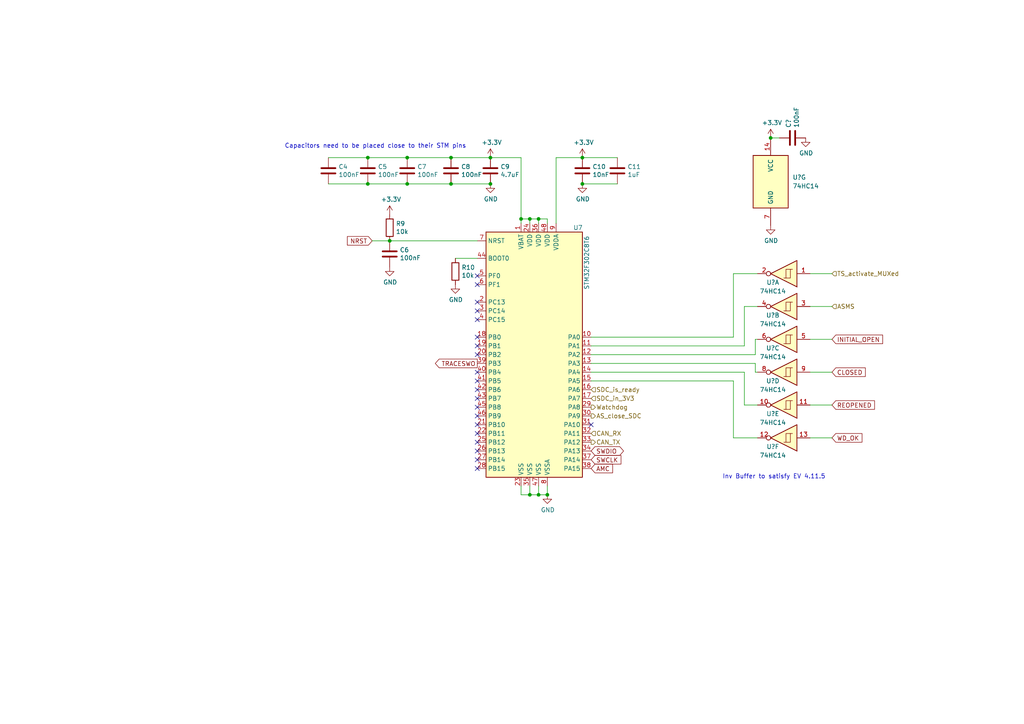
<source format=kicad_sch>
(kicad_sch (version 20211123) (generator eeschema)
  (paper "A4")
  (title_block (title "SDCL - CU") (date "2021-12-16") (rev "v1.0") (company "FaSTTUBe - Formula Student Team TU Berlin") (comment 1 "Car 113") (comment 2 "EBS Electronics") (comment 3 "CU for CAN Bus connection to supervisor"))
  (lib_symbols
    (symbol "74xx:74HC14" (pin_names (offset 1.016))
      (property "Reference" "U" (at 0 1.27 0))
      (property "Value" "74HC14" (at 0 -1.27 0))
      (symbol "74HC14_1_0"
        (polyline (pts (xy -3.81 3.81) (xy -3.81 -3.81) (xy 3.81 0) (xy -3.81 3.81)) (stroke (width 0.254)) (fill (type background)))
        (pin input line (at -7.62 0 0) (length 3.81) (name "~") (number "1"))
        (pin output inverted (at 7.62 0 180) (length 3.81) (name "~") (number "2"))
      )
      (symbol "74HC14_1_1"
        (polyline (pts (xy -1.905 -1.27) (xy -1.905 1.27) (xy -0.635 1.27)))
        (polyline (pts (xy -2.54 -1.27) (xy -0.635 -1.27) (xy -0.635 1.27) (xy 0 1.27)))
      )
      (symbol "74HC14_2_0"
        (polyline (pts (xy -3.81 3.81) (xy -3.81 -3.81) (xy 3.81 0) (xy -3.81 3.81)) (stroke (width 0.254)) (fill (type background)))
        (pin input line (at -7.62 0 0) (length 3.81) (name "~") (number "3"))
        (pin output inverted (at 7.62 0 180) (length 3.81) (name "~") (number "4"))
      )
      (symbol "74HC14_2_1"
        (polyline (pts (xy -1.905 -1.27) (xy -1.905 1.27) (xy -0.635 1.27)))
        (polyline (pts (xy -2.54 -1.27) (xy -0.635 -1.27) (xy -0.635 1.27) (xy 0 1.27)))
      )
      (symbol "74HC14_3_0"
        (polyline (pts (xy -3.81 3.81) (xy -3.81 -3.81) (xy 3.81 0) (xy -3.81 3.81)) (stroke (width 0.254)) (fill (type background)))
        (pin input line (at -7.62 0 0) (length 3.81) (name "~") (number "5"))
        (pin output inverted (at 7.62 0 180) (length 3.81) (name "~") (number "6"))
      )
      (symbol "74HC14_3_1"
        (polyline (pts (xy -1.905 -1.27) (xy -1.905 1.27) (xy -0.635 1.27)))
        (polyline (pts (xy -2.54 -1.27) (xy -0.635 -1.27) (xy -0.635 1.27) (xy 0 1.27)))
      )
      (symbol "74HC14_4_0"
        (polyline (pts (xy -3.81 3.81) (xy -3.81 -3.81) (xy 3.81 0) (xy -3.81 3.81)) (stroke (width 0.254)) (fill (type background)))
        (pin output inverted (at 7.62 0 180) (length 3.81) (name "~") (number "8"))
        (pin input line (at -7.62 0 0) (length 3.81) (name "~") (number "9"))
      )
      (symbol "74HC14_4_1"
        (polyline (pts (xy -1.905 -1.27) (xy -1.905 1.27) (xy -0.635 1.27)))
        (polyline (pts (xy -2.54 -1.27) (xy -0.635 -1.27) (xy -0.635 1.27) (xy 0 1.27)))
      )
      (symbol "74HC14_5_0"
        (polyline (pts (xy -3.81 3.81) (xy -3.81 -3.81) (xy 3.81 0) (xy -3.81 3.81)) (stroke (width 0.254)) (fill (type background)))
        (pin output inverted (at 7.62 0 180) (length 3.81) (name "~") (number "10"))
        (pin input line (at -7.62 0 0) (length 3.81) (name "~") (number "11"))
      )
      (symbol "74HC14_5_1"
        (polyline (pts (xy -1.905 -1.27) (xy -1.905 1.27) (xy -0.635 1.27)))
        (polyline (pts (xy -2.54 -1.27) (xy -0.635 -1.27) (xy -0.635 1.27) (xy 0 1.27)))
      )
      (symbol "74HC14_6_0"
        (polyline (pts (xy -3.81 3.81) (xy -3.81 -3.81) (xy 3.81 0) (xy -3.81 3.81)) (stroke (width 0.254)) (fill (type background)))
        (pin output inverted (at 7.62 0 180) (length 3.81) (name "~") (number "12"))
        (pin input line (at -7.62 0 0) (length 3.81) (name "~") (number "13"))
      )
      (symbol "74HC14_6_1"
        (polyline (pts (xy -1.905 -1.27) (xy -1.905 1.27) (xy -0.635 1.27)))
        (polyline (pts (xy -2.54 -1.27) (xy -0.635 -1.27) (xy -0.635 1.27) (xy 0 1.27)))
      )
      (symbol "74HC14_7_0"
        (pin power_in line (at 0 12.7 270) (length 5.08) (name "VCC") (number "14"))
        (pin power_in line (at 0 -12.7 90) (length 5.08) (name "GND") (number "7"))
      )
      (symbol "74HC14_7_1"
        (rectangle (start -5.08 7.62) (end 5.08 -7.62) (stroke (width 0.254)) (fill (type background)))
      )
    )
    (symbol "Device:C" (pin_numbers hide) (pin_names (offset 0.254))
      (property "Reference" "C" (at 0.635 2.54 0))
      (property "Value" "C" (at 0.635 -2.54 0))
      (symbol "C_0_1"
        (polyline (pts (xy -2.032 -0.762) (xy 2.032 -0.762)) (stroke (width 0.508)))
        (polyline (pts (xy -2.032 0.762) (xy 2.032 0.762)) (stroke (width 0.508)))
      )
      (symbol "C_1_1"
        (pin passive line (at 0 3.81 270) (length 2.794) (name "~") (number "1"))
        (pin passive line (at 0 -3.81 90) (length 2.794) (name "~") (number "2"))
      )
    )
    (symbol "Device:R" (pin_numbers hide) (pin_names (offset 0))
      (property "Reference" "R" (at 2.032 0 90))
      (property "Value" "R" (at 0 0 90))
      (symbol "R_0_1"
        (rectangle (start -1.016 -2.54) (end 1.016 2.54) (stroke (width 0.254)))
      )
      (symbol "R_1_1"
        (pin passive line (at 0 3.81 270) (length 1.27) (name "~") (number "1"))
        (pin passive line (at 0 -3.81 90) (length 1.27) (name "~") (number "2"))
      )
    )
    (symbol "MCU_ST_STM32F3:STM32F302C8Tx"
      (property "Reference" "U" (at -15.24 36.83 0))
      (property "Value" "STM32F302C8Tx" (at 7.62 36.83 0))
      (symbol "STM32F302C8Tx_0_1"
        (rectangle (start -15.24 -35.56) (end 12.7 35.56) (stroke (width 0.254)) (fill (type background)))
      )
      (symbol "STM32F302C8Tx_1_1"
        (pin power_in line (at -5.08 38.1 270) (length 2.54) (name "VBAT") (number "1"))
        (pin bidirectional line (at 15.24 5.08 180) (length 2.54) (name "PA0") (number "10"))
        (pin bidirectional line (at 15.24 2.54 180) (length 2.54) (name "PA1") (number "11"))
        (pin bidirectional line (at 15.24 0 180) (length 2.54) (name "PA2") (number "12"))
        (pin bidirectional line (at 15.24 -2.54 180) (length 2.54) (name "PA3") (number "13"))
        (pin bidirectional line (at 15.24 -5.08 180) (length 2.54) (name "PA4") (number "14"))
        (pin bidirectional line (at 15.24 -7.62 180) (length 2.54) (name "PA5") (number "15"))
        (pin bidirectional line (at 15.24 -10.16 180) (length 2.54) (name "PA6") (number "16"))
        (pin bidirectional line (at 15.24 -12.7 180) (length 2.54) (name "PA7") (number "17"))
        (pin bidirectional line (at -17.78 5.08 0) (length 2.54) (name "PB0") (number "18"))
        (pin bidirectional line (at -17.78 2.54 0) (length 2.54) (name "PB1") (number "19"))
        (pin bidirectional line (at -17.78 15.24 0) (length 2.54) (name "PC13") (number "2"))
        (pin bidirectional line (at -17.78 0 0) (length 2.54) (name "PB2") (number "20"))
        (pin bidirectional line (at -17.78 -20.32 0) (length 2.54) (name "PB10") (number "21"))
        (pin bidirectional line (at -17.78 -22.86 0) (length 2.54) (name "PB11") (number "22"))
        (pin power_in line (at -5.08 -38.1 90) (length 2.54) (name "VSS") (number "23"))
        (pin power_in line (at -2.54 38.1 270) (length 2.54) (name "VDD") (number "24"))
        (pin bidirectional line (at -17.78 -25.4 0) (length 2.54) (name "PB12") (number "25"))
        (pin bidirectional line (at -17.78 -27.94 0) (length 2.54) (name "PB13") (number "26"))
        (pin bidirectional line (at -17.78 -30.48 0) (length 2.54) (name "PB14") (number "27"))
        (pin bidirectional line (at -17.78 -33.02 0) (length 2.54) (name "PB15") (number "28"))
        (pin bidirectional line (at 15.24 -15.24 180) (length 2.54) (name "PA8") (number "29"))
        (pin bidirectional line (at -17.78 12.7 0) (length 2.54) (name "PC14") (number "3"))
        (pin bidirectional line (at 15.24 -17.78 180) (length 2.54) (name "PA9") (number "30"))
        (pin bidirectional line (at 15.24 -20.32 180) (length 2.54) (name "PA10") (number "31"))
        (pin bidirectional line (at 15.24 -22.86 180) (length 2.54) (name "PA11") (number "32"))
        (pin bidirectional line (at 15.24 -25.4 180) (length 2.54) (name "PA12") (number "33"))
        (pin bidirectional line (at 15.24 -27.94 180) (length 2.54) (name "PA13") (number "34"))
        (pin power_in line (at -2.54 -38.1 90) (length 2.54) (name "VSS") (number "35"))
        (pin power_in line (at 0 38.1 270) (length 2.54) (name "VDD") (number "36"))
        (pin bidirectional line (at 15.24 -30.48 180) (length 2.54) (name "PA14") (number "37"))
        (pin bidirectional line (at 15.24 -33.02 180) (length 2.54) (name "PA15") (number "38"))
        (pin bidirectional line (at -17.78 -2.54 0) (length 2.54) (name "PB3") (number "39"))
        (pin bidirectional line (at -17.78 10.16 0) (length 2.54) (name "PC15") (number "4"))
        (pin bidirectional line (at -17.78 -5.08 0) (length 2.54) (name "PB4") (number "40"))
        (pin bidirectional line (at -17.78 -7.62 0) (length 2.54) (name "PB5") (number "41"))
        (pin bidirectional line (at -17.78 -10.16 0) (length 2.54) (name "PB6") (number "42"))
        (pin bidirectional line (at -17.78 -12.7 0) (length 2.54) (name "PB7") (number "43"))
        (pin input line (at -17.78 27.94 0) (length 2.54) (name "BOOT0") (number "44"))
        (pin bidirectional line (at -17.78 -15.24 0) (length 2.54) (name "PB8") (number "45"))
        (pin bidirectional line (at -17.78 -17.78 0) (length 2.54) (name "PB9") (number "46"))
        (pin power_in line (at 0 -38.1 90) (length 2.54) (name "VSS") (number "47"))
        (pin power_in line (at 2.54 38.1 270) (length 2.54) (name "VDD") (number "48"))
        (pin input line (at -17.78 22.86 0) (length 2.54) (name "PF0") (number "5"))
        (pin input line (at -17.78 20.32 0) (length 2.54) (name "PF1") (number "6"))
        (pin input line (at -17.78 33.02 0) (length 2.54) (name "NRST") (number "7"))
        (pin power_in line (at 2.54 -38.1 90) (length 2.54) (name "VSSA") (number "8"))
        (pin power_in line (at 5.08 38.1 270) (length 2.54) (name "VDDA") (number "9"))
      )
    )
    (symbol "power:+3.3V" (power) (pin_names (offset 0))
      (property "Value" "+3.3V" (at 0 3.556 0))
      (symbol "+3.3V_0_1"
        (polyline (pts (xy -0.762 1.27) (xy 0 2.54)))
        (polyline (pts (xy 0 0) (xy 0 2.54)))
        (polyline (pts (xy 0 2.54) (xy 0.762 1.27)))
      )
      (symbol "+3.3V_1_1"
        (pin power_in line (at 0 0 90) (length 0) hide (name "+3.3V") (number "1"))
      )
    )
    (symbol "power:GND" (power) (pin_names (offset 0))
      (property "Value" "GND" (at 0 -3.81 0))
      (symbol "GND_0_1"
        (polyline (pts (xy 0 0) (xy 0 -1.27) (xy 1.27 -1.27) (xy 0 -2.54) (xy -1.27 -1.27) (xy 0 -1.27)))
      )
      (symbol "GND_1_1"
        (pin power_in line (at 0 0 270) (length 0) hide (name "GND") (number "1"))
      )
    )
  )
  (junction (at 223.52 40.005))
  (junction (at 106.68 45.72))
  (junction (at 142.24 53.34))
  (junction (at 118.11 45.72))
  (junction (at 118.11 53.34))
  (junction (at 106.68 53.34))
  (junction (at 153.67 63.5))
  (junction (at 168.91 45.72))
  (junction (at 130.81 53.34))
  (junction (at 142.24 45.72))
  (junction (at 158.75 143.51))
  (junction (at 113.03 69.85))
  (junction (at 156.21 63.5))
  (junction (at 153.67 143.51))
  (junction (at 151.13 63.5))
  (junction (at 130.81 45.72))
  (junction (at 156.21 143.51))
  (junction (at 168.91 53.34))
  (no_connect (at 138.43 125.73))
  (no_connect (at 171.45 123.19))
  (no_connect (at 138.43 133.35))
  (no_connect (at 138.43 113.03))
  (no_connect (at 138.43 82.55))
  (no_connect (at 138.43 87.63))
  (no_connect (at 138.43 120.65))
  (no_connect (at 138.43 110.49))
  (no_connect (at 138.43 92.71))
  (no_connect (at 138.43 128.27))
  (no_connect (at 138.43 115.57))
  (no_connect (at 138.43 80.01))
  (no_connect (at 138.43 90.17))
  (no_connect (at 138.43 97.79))
  (no_connect (at 138.43 100.33))
  (no_connect (at 138.43 102.87))
  (no_connect (at 138.43 130.81))
  (no_connect (at 138.43 107.95))
  (no_connect (at 138.43 135.89))
  (no_connect (at 138.43 123.19))
  (no_connect (at 138.43 118.11))
  (wire (pts (xy 153.67 63.5) (xy 153.67 64.77)))
  (wire (pts (xy 212.725 79.375) (xy 219.71 79.375)))
  (wire (pts (xy 158.75 63.5) (xy 156.21 63.5)))
  (wire (pts (xy 161.29 45.72) (xy 161.29 64.77)))
  (wire (pts (xy 153.67 140.97) (xy 153.67 143.51)))
  (wire (pts (xy 219.71 88.9) (xy 215.9 88.9)))
  (wire (pts (xy 156.21 140.97) (xy 156.21 143.51)))
  (wire (pts (xy 158.75 64.77) (xy 158.75 63.5)))
  (wire (pts (xy 158.75 143.51) (xy 156.21 143.51)))
  (wire (pts (xy 219.075 98.425) (xy 219.075 102.87)))
  (wire (pts (xy 130.81 53.34) (xy 142.24 53.34)))
  (wire (pts (xy 168.91 53.34) (xy 179.07 53.34)))
  (wire (pts (xy 219.075 98.425) (xy 219.71 98.425)))
  (wire (pts (xy 142.24 45.72) (xy 151.13 45.72)))
  (wire (pts (xy 107.95 69.85) (xy 113.03 69.85)))
  (wire (pts (xy 156.21 63.5) (xy 153.67 63.5)))
  (wire (pts (xy 212.725 127) (xy 212.725 110.49)))
  (wire (pts (xy 219.075 107.95) (xy 219.075 105.41)))
  (wire (pts (xy 234.95 127) (xy 241.3 127)))
  (wire (pts (xy 226.06 40.005) (xy 223.52 40.005)))
  (wire (pts (xy 161.29 45.72) (xy 168.91 45.72)))
  (wire (pts (xy 219.71 117.475) (xy 215.9 117.475)))
  (wire (pts (xy 171.45 97.79) (xy 212.725 97.79)))
  (wire (pts (xy 113.03 69.85) (xy 138.43 69.85)))
  (wire (pts (xy 158.75 140.97) (xy 158.75 143.51)))
  (wire (pts (xy 219.075 102.87) (xy 171.45 102.87)))
  (wire (pts (xy 215.9 100.33) (xy 171.45 100.33)))
  (wire (pts (xy 212.725 97.79) (xy 212.725 79.375)))
  (wire (pts (xy 168.91 45.72) (xy 179.07 45.72)))
  (wire (pts (xy 156.21 143.51) (xy 153.67 143.51)))
  (wire (pts (xy 215.9 88.9) (xy 215.9 100.33)))
  (wire (pts (xy 215.9 117.475) (xy 215.9 107.95)))
  (wire (pts (xy 234.95 117.475) (xy 241.3 117.475)))
  (wire (pts (xy 234.95 107.95) (xy 241.3 107.95)))
  (wire (pts (xy 219.075 105.41) (xy 171.45 105.41)))
  (wire (pts (xy 132.08 74.93) (xy 138.43 74.93)))
  (wire (pts (xy 234.95 98.425) (xy 241.3 98.425)))
  (wire (pts (xy 219.075 107.95) (xy 219.71 107.95)))
  (wire (pts (xy 95.25 53.34) (xy 106.68 53.34)))
  (wire (pts (xy 151.13 140.97) (xy 151.13 143.51)))
  (wire (pts (xy 106.68 45.72) (xy 118.11 45.72)))
  (wire (pts (xy 219.71 127) (xy 212.725 127)))
  (wire (pts (xy 151.13 143.51) (xy 153.67 143.51)))
  (wire (pts (xy 106.68 53.34) (xy 118.11 53.34)))
  (wire (pts (xy 215.9 107.95) (xy 171.45 107.95)))
  (wire (pts (xy 234.95 79.375) (xy 241.3 79.375)))
  (wire (pts (xy 234.95 88.9) (xy 241.3 88.9)))
  (wire (pts (xy 106.68 45.72) (xy 95.25 45.72)))
  (wire (pts (xy 212.725 110.49) (xy 171.45 110.49)))
  (wire (pts (xy 151.13 63.5) (xy 151.13 64.77)))
  (wire (pts (xy 151.13 45.72) (xy 151.13 63.5)))
  (wire (pts (xy 118.11 53.34) (xy 130.81 53.34)))
  (wire (pts (xy 156.21 64.77) (xy 156.21 63.5)))
  (wire (pts (xy 153.67 63.5) (xy 151.13 63.5)))
  (wire (pts (xy 118.11 45.72) (xy 130.81 45.72)))
  (wire (pts (xy 130.81 45.72) (xy 142.24 45.72)))
  (text "Capacitors need to be placed close to their STM pins" (at 82.55 43.18 0) (effects (font (size 1.27 1.27)) (justify left bottom)))
  (text "Inv Buffer to satisfy EV 4.11.5" (at 209.55 139.065 0) (effects (font (size 1.27 1.27)) (justify left bottom)))
  (global_label "REOPENED" (shape input) (at 241.3 117.475 0) (property "Intersheet References" "${INTERSHEET_REFS}" (effects hide)))
  (global_label "CLOSED" (shape input) (at 241.3 107.95 0) (property "Intersheet References" "${INTERSHEET_REFS}" (effects hide)))
  (global_label "WD_OK" (shape input) (at 241.3 127 0) (property "Intersheet References" "${INTERSHEET_REFS}" (effects hide)))
  (global_label "SWDIO" (shape bidirectional) (at 171.45 130.81 0) (property "Intersheet References" "${INTERSHEET_REFS}" (effects hide)))
  (global_label "INITIAL_OPEN" (shape input) (at 241.3 98.425 0) (property "Intersheet References" "${INTERSHEET_REFS}" (effects hide)))
  (global_label "NRST" (shape input) (at 107.95 69.85 180) (property "Intersheet References" "${INTERSHEET_REFS}" (effects hide)))
  (global_label "AMC" (shape input) (at 171.45 135.89 0) (property "Intersheet References" "${INTERSHEET_REFS}" (effects hide)))
  (global_label "TRACESWO" (shape output) (at 138.43 105.41 180) (property "Intersheet References" "${INTERSHEET_REFS}" (effects hide)))
  (global_label "SWCLK" (shape input) (at 171.45 133.35 0) (property "Intersheet References" "${INTERSHEET_REFS}" (effects hide)))
  (hierarchical_label "SDC_is_ready" (shape input) (at 171.45 113.03 0))
  (hierarchical_label "CAN_RX" (shape input) (at 171.45 125.73 0))
  (hierarchical_label "CAN_TX" (shape output) (at 171.45 128.27 0))
  (hierarchical_label "ASMS" (shape input) (at 241.3 88.9 0))
  (hierarchical_label "AS_close_SDC" (shape output) (at 171.45 120.65 0))
  (hierarchical_label "TS_activate_MUXed" (shape input) (at 241.3 79.375 0))
  (hierarchical_label "Watchdog" (shape output) (at 171.45 118.11 0))
  (hierarchical_label "SDC_in_3V3" (shape input) (at 171.45 115.57 0))
  (symbol (lib_id "Device:C") (at 130.81 49.53 0) (unit 1)
    (property "Reference" "C8" (at 133.731 48.3616 0) (effects (justify left)))
    (property "Value" "100nF" (at 133.731 50.673 0) (effects (justify left)))
    (property "Footprint" "Capacitor_SMD:C_0603_1608Metric_Pad1.05x0.95mm_HandSolder" (effects hide))
  )
  (symbol (lib_id "Device:C") (at 142.24 49.53 0) (unit 1)
    (property "Reference" "C9" (at 145.161 48.3616 0) (effects (justify left)))
    (property "Value" "4.7uF" (at 145.161 50.673 0) (effects (justify left)))
    (property "Footprint" "Capacitor_SMD:C_0603_1608Metric_Pad1.05x0.95mm_HandSolder" (effects hide))
  )
  (symbol (lib_id "Device:C") (at 118.11 49.53 0) (unit 1)
    (property "Reference" "C7" (at 121.031 48.3616 0) (effects (justify left)))
    (property "Value" "100nF" (at 121.031 50.673 0) (effects (justify left)))
    (property "Footprint" "Capacitor_SMD:C_0603_1608Metric_Pad1.05x0.95mm_HandSolder" (effects hide))
  )
  (symbol (lib_id "Device:C") (at 106.68 49.53 0) (unit 1)
    (property "Reference" "C5" (at 109.601 48.3616 0) (effects (justify left)))
    (property "Value" "100nF" (at 109.601 50.673 0) (effects (justify left)))
    (property "Footprint" "Capacitor_SMD:C_0603_1608Metric_Pad1.05x0.95mm_HandSolder" (effects hide))
  )
  (symbol (lib_id "Device:C") (at 95.25 49.53 0) (unit 1)
    (property "Reference" "C4" (at 98.171 48.3616 0) (effects (justify left)))
    (property "Value" "100nF" (at 98.171 50.673 0) (effects (justify left)))
    (property "Footprint" "Capacitor_SMD:C_0603_1608Metric_Pad1.05x0.95mm_HandSolder" (effects hide))
  )
  (symbol (lib_id "power:GND") (at 142.24 53.34 0) (unit 1)
    (property "Reference" "#PWR0133" (effects hide))
    (property "Value" "GND" (at 142.367 57.7342 0))
  )
  (symbol (lib_id "power:GND") (at 158.75 143.51 0) (unit 1)
    (property "Reference" "#PWR0140" (effects hide))
    (property "Value" "GND" (at 158.877 147.9042 0))
  )
  (symbol (lib_id "Device:C") (at 168.91 49.53 0) (unit 1)
    (property "Reference" "C10" (at 171.831 48.3616 0) (effects (justify left)))
    (property "Value" "10nF" (at 171.831 50.673 0) (effects (justify left)))
    (property "Footprint" "Capacitor_SMD:C_0603_1608Metric_Pad1.05x0.95mm_HandSolder" (effects hide))
  )
  (symbol (lib_id "Device:C") (at 179.07 49.53 0) (unit 1)
    (property "Reference" "C11" (at 181.991 48.3616 0) (effects (justify left)))
    (property "Value" "1uF" (at 181.991 50.673 0) (effects (justify left)))
    (property "Footprint" "Capacitor_SMD:C_0603_1608Metric_Pad1.05x0.95mm_HandSolder" (effects hide))
  )
  (symbol (lib_id "power:GND") (at 168.91 53.34 0) (unit 1)
    (property "Reference" "#PWR0134" (effects hide))
    (property "Value" "GND" (at 169.037 57.7342 0))
  )
  (symbol (lib_id "Device:R") (at 132.08 78.74 0) (unit 1)
    (property "Reference" "R10" (at 133.858 77.5716 0) (effects (justify left)))
    (property "Value" "10k" (at 133.858 79.883 0) (effects (justify left)))
    (property "Footprint" "Resistor_SMD:R_0603_1608Metric_Pad1.05x0.95mm_HandSolder" (effects hide))
  )
  (symbol (lib_id "MCU_ST_STM32F3:STM32F302C8Tx") (at 156.21 102.87 0) (unit 1)
    (property "Reference" "U7" (at 167.64 66.04 0))
    (property "Value" "STM32F302C8T6" (at 170.18 76.2 90))
    (property "Footprint" "Package_QFP:LQFP-48_7x7mm_P0.5mm" (effects hide))
    (property "Datasheet" "http://www.st.com/st-web-ui/static/active/en/resource/technical/document/datasheet/DM00093333.pdf" (effects hide))
  )
  (symbol (lib_id "power:GND") (at 132.08 82.55 0) (unit 1)
    (property "Reference" "#PWR0136" (effects hide))
    (property "Value" "GND" (at 132.207 86.9442 0))
  )
  (symbol (lib_id "Device:R") (at 113.03 66.04 0) (unit 1)
    (property "Reference" "R9" (at 114.808 64.8716 0) (effects (justify left)))
    (property "Value" "10k" (at 114.808 67.183 0) (effects (justify left)))
    (property "Footprint" "Resistor_SMD:R_0603_1608Metric_Pad1.05x0.95mm_HandSolder" (effects hide))
  )
  (symbol (lib_id "Device:C") (at 113.03 73.66 0) (unit 1)
    (property "Reference" "C6" (at 115.951 72.4916 0) (effects (justify left)))
    (property "Value" "100nF" (at 115.951 74.803 0) (effects (justify left)))
    (property "Footprint" "Capacitor_SMD:C_0603_1608Metric_Pad1.05x0.95mm_HandSolder" (effects hide))
  )
  (symbol (lib_id "power:GND") (at 113.03 77.47 0) (unit 1)
    (property "Reference" "#PWR0135" (effects hide))
    (property "Value" "GND" (at 113.157 81.8642 0))
  )
  (symbol (lib_id "power:+3.3V") (at 142.24 45.72 0) (unit 1)
    (property "Reference" "#PWR0137" (effects hide))
    (property "Value" "+3.3V" (at 142.621 41.3258 0))
  )
  (symbol (lib_id "power:+3.3V") (at 168.91 45.72 0) (unit 1)
    (property "Reference" "#PWR0138" (effects hide))
    (property "Value" "+3.3V" (at 169.291 41.3258 0))
  )
  (symbol (lib_id "power:+3.3V") (at 113.03 62.23 0) (unit 1)
    (property "Reference" "#PWR0139" (effects hide))
    (property "Value" "+3.3V" (at 113.411 57.8358 0))
  )
  (symbol (lib_id "74xx:74HC14") (at 227.33 127 180) (unit 6)
    (property "Reference" "U?" (at 224.155 129.54 0))
    (property "Value" "74HC14" (at 224.155 132.08 0))
    (property "Datasheet" "http://www.ti.com/lit/gpn/sn74HC14" (effects hide))
  )
  (symbol (lib_id "74xx:74HC14") (at 223.52 52.705 0) (unit 7)
    (property "Reference" "U?" (at 229.87 51.4349 0) (effects (justify left)))
    (property "Value" "74HC14" (at 229.87 53.9749 0) (effects (justify left)))
    (property "Datasheet" "http://www.ti.com/lit/gpn/sn74HC14" (effects hide))
  )
  (symbol (lib_id "74xx:74HC14") (at 227.33 107.95 180) (unit 4)
    (property "Reference" "U?" (at 224.155 110.49 0))
    (property "Value" "74HC14" (at 224.155 113.03 0))
    (property "Datasheet" "http://www.ti.com/lit/gpn/sn74HC14" (effects hide))
  )
  (symbol (lib_id "power:GND") (at 223.52 65.405 0) (unit 1)
    (property "Reference" "#PWR?" (effects hide))
    (property "Value" "GND" (at 223.647 69.7992 0))
  )
  (symbol (lib_id "power:GND") (at 233.68 40.005 0) (unit 1)
    (property "Reference" "#PWR?" (effects hide))
    (property "Value" "GND" (at 233.807 44.3992 0))
  )
  (symbol (lib_id "74xx:74HC14") (at 227.33 98.425 180) (unit 3)
    (property "Reference" "U?" (at 224.155 100.965 0))
    (property "Value" "74HC14" (at 224.155 103.505 0))
    (property "Datasheet" "http://www.ti.com/lit/gpn/sn74HC14" (effects hide))
  )
  (symbol (lib_id "74xx:74HC14") (at 227.33 79.375 180) (unit 1)
    (property "Reference" "U?" (at 224.155 81.915 0))
    (property "Value" "74HC14" (at 224.155 84.455 0))
    (property "Datasheet" "http://www.ti.com/lit/gpn/sn74HC14" (effects hide))
  )
  (symbol (lib_id "74xx:74HC14") (at 227.33 88.9 180) (unit 2)
    (property "Reference" "U?" (at 224.155 91.44 0))
    (property "Value" "74HC14" (at 224.155 93.98 0))
    (property "Datasheet" "http://www.ti.com/lit/gpn/sn74HC14" (effects hide))
  )
  (symbol (lib_id "power:+3.3V") (at 223.52 40.005 0) (unit 1)
    (property "Reference" "#PWR?" (effects hide))
    (property "Value" "+3.3V" (at 223.901 35.6108 0))
  )
  (symbol (lib_id "Device:C") (at 229.87 40.005 90) (unit 1)
    (property "Reference" "C?" (at 228.7016 37.084 0) (effects (justify left)))
    (property "Value" "100nF" (at 231.013 37.084 0) (effects (justify left)))
    (property "Footprint" "Capacitor_SMD:C_0603_1608Metric_Pad1.05x0.95mm_HandSolder" (effects hide))
  )
  (symbol (lib_id "74xx:74HC14") (at 227.33 117.475 180) (unit 5)
    (property "Reference" "U?" (at 224.155 120.015 0))
    (property "Value" "74HC14" (at 224.155 122.555 0))
    (property "Datasheet" "http://www.ti.com/lit/gpn/sn74HC14" (effects hide))
  )
)
</source>
